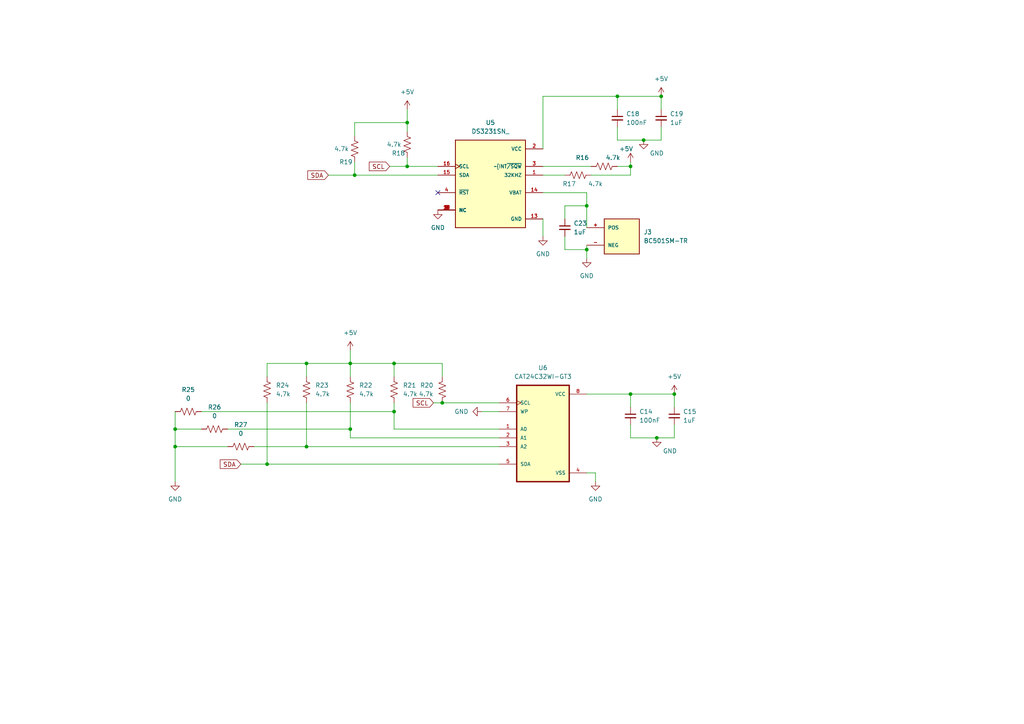
<source format=kicad_sch>
(kicad_sch (version 20230121) (generator eeschema)
  (paper "A4")
  (lib_symbols
    (symbol "BC501SM-TR:BC501SM-TR" (pin_names (offset 1.016))
      (property "Reference" "J" (at -5.08 5.08 0))
      (property "Value" "BC501SM-TR" (at -5.08 -7.62 0))
      (symbol "BC501SM-TR_0_0"
        (rectangle (start -5.08 -5.08) (end 5.08 5.08) (stroke (width 0.254)) (fill (type background)))
        (pin passive line (at -10.16 2.54 0) (length 5.08) (name "POS") (number "+"))
        (pin passive line (at -10.16 -2.54 0) (length 5.08) (name "NEG") (number "-"))
      )
    )
    (symbol "CAT24C32WI-GT3:CAT24C32WI-GT3" (pin_names (offset 1.016))
      (property "Reference" "U" (at -7.6205 12.7008 0))
      (property "Value" "CAT24C32WI-GT3" (at -7.5948 -17.755 0))
      (symbol "CAT24C32WI-GT3_0_0"
        (rectangle (start -7.62 -15.24) (end 7.62 12.7) (stroke (width 0.4064)) (fill (type background)))
        (pin input line (at -12.7 0 0) (length 5.08) (name "A0") (number "1"))
        (pin input line (at -12.7 -2.54 0) (length 5.08) (name "A1") (number "2"))
        (pin input line (at -12.7 -5.08 0) (length 5.08) (name "A2") (number "3"))
        (pin passive line (at 12.7 -12.7 180) (length 5.08) (name "VSS") (number "4"))
        (pin bidirectional line (at -12.7 -10.16 0) (length 5.08) (name "SDA") (number "5"))
        (pin input clock (at -12.7 7.62 0) (length 5.08) (name "SCL") (number "6"))
        (pin input line (at -12.7 5.08 0) (length 5.08) (name "WP") (number "7"))
        (pin power_in line (at 12.7 10.16 180) (length 5.08) (name "VCC") (number "8"))
      )
    )
    (symbol "DS3231SN_:DS3231SN_" (pin_names (offset 1.016))
      (property "Reference" "U" (at -9.9423 13.7569 0))
      (property "Value" "DS3231SN_" (at -10.1746 -15.2582 0))
      (symbol "DS3231SN__0_0"
        (rectangle (start -10.16 -12.7) (end 10.16 12.7) (stroke (width 0.254)) (fill (type background)))
        (pin output line (at 15.24 2.54 180) (length 5.08) (name "32KHZ") (number "1"))
        (pin passive line (at -15.24 -7.62 0) (length 5.08) (name "NC") (number "10"))
        (pin passive line (at -15.24 -7.62 0) (length 5.08) (name "NC") (number "11"))
        (pin passive line (at -15.24 -7.62 0) (length 5.08) (name "NC") (number "12"))
        (pin power_in line (at 15.24 -10.16 180) (length 5.08) (name "GND") (number "13"))
        (pin input line (at 15.24 -2.54 180) (length 5.08) (name "VBAT") (number "14"))
        (pin bidirectional line (at -15.24 2.54 0) (length 5.08) (name "SDA") (number "15"))
        (pin input clock (at -15.24 5.08 0) (length 5.08) (name "SCL") (number "16"))
        (pin power_in line (at 15.24 10.16 180) (length 5.08) (name "VCC") (number "2"))
        (pin output line (at 15.24 5.08 180) (length 5.08) (name "~{INT~{/SQW}") (number "3"))
        (pin bidirectional line (at -15.24 -2.54 0) (length 5.08) (name "~{RST}") (number "4"))
        (pin passive line (at -15.24 -7.62 0) (length 5.08) (name "NC") (number "5"))
        (pin passive line (at -15.24 -7.62 0) (length 5.08) (name "NC") (number "6"))
        (pin passive line (at -15.24 -7.62 0) (length 5.08) (name "NC") (number "7"))
        (pin passive line (at -15.24 -7.62 0) (length 5.08) (name "NC") (number "8"))
        (pin passive line (at -15.24 -7.62 0) (length 5.08) (name "NC") (number "9"))
      )
    )
    (symbol "Device:C_Small" (pin_numbers hide) (pin_names (offset 0.254) hide)
      (property "Reference" "C" (at 0.254 1.778 0))
      (property "Value" "C_Small" (at 0.254 -2.032 0))
      (symbol "C_Small_0_1"
        (polyline (pts (xy -1.524 -0.508) (xy 1.524 -0.508)) (stroke (width 0.3302)))
        (polyline (pts (xy -1.524 0.508) (xy 1.524 0.508)) (stroke (width 0.3048)))
      )
      (symbol "C_Small_1_1"
        (pin passive line (at 0 2.54 270) (length 2.032) (name "~") (number "1"))
        (pin passive line (at 0 -2.54 90) (length 2.032) (name "~") (number "2"))
      )
    )
    (symbol "Device:R_US" (pin_numbers hide) (pin_names (offset 0))
      (property "Reference" "R" (at 2.54 0 90))
      (property "Value" "R_US" (at -2.54 0 90))
      (symbol "R_US_0_1"
        (polyline (pts (xy 0 -2.286) (xy 0 -2.54)))
        (polyline (pts (xy 0 2.286) (xy 0 2.54)))
        (polyline (pts (xy 0 -0.762) (xy 1.016 -1.143) (xy 0 -1.524) (xy -1.016 -1.905) (xy 0 -2.286)))
        (polyline (pts (xy 0 0.762) (xy 1.016 0.381) (xy 0 0) (xy -1.016 -0.381) (xy 0 -0.762)))
        (polyline (pts (xy 0 2.286) (xy 1.016 1.905) (xy 0 1.524) (xy -1.016 1.143) (xy 0 0.762)))
      )
      (symbol "R_US_1_1"
        (pin passive line (at 0 3.81 270) (length 1.27) (name "~") (number "1"))
        (pin passive line (at 0 -3.81 90) (length 1.27) (name "~") (number "2"))
      )
    )
    (symbol "power:+5V" (power) (pin_names (offset 0))
      (property "Value" "+5V" (at 0 3.556 0))
      (symbol "+5V_0_1"
        (polyline (pts (xy -0.762 1.27) (xy 0 2.54)))
        (polyline (pts (xy 0 0) (xy 0 2.54)))
        (polyline (pts (xy 0 2.54) (xy 0.762 1.27)))
      )
      (symbol "+5V_1_1"
        (pin power_in line (at 0 0 90) (length 0) hide (name "+5V") (number "1"))
      )
    )
    (symbol "power:GND" (power) (pin_names (offset 0))
      (property "Value" "GND" (at 0 -3.81 0))
      (symbol "GND_0_1"
        (polyline (pts (xy 0 0) (xy 0 -1.27) (xy 1.27 -1.27) (xy 0 -2.54) (xy -1.27 -1.27) (xy 0 -1.27)))
      )
      (symbol "GND_1_1"
        (pin power_in line (at 0 0 270) (length 0) hide (name "GND") (number "1"))
      )
    )
  )
  (junction (at 118.11 48.26))
  (junction (at 101.6 124.46))
  (junction (at 191.77 27.94))
  (junction (at 128.27 116.84))
  (junction (at 118.11 35.56))
  (junction (at 50.8 129.54))
  (junction (at 88.9 129.54))
  (junction (at 170.18 72.39))
  (junction (at 186.69 40.64))
  (junction (at 179.07 27.94))
  (junction (at 170.18 59.69))
  (junction (at 102.87 50.8))
  (junction (at 77.47 134.62))
  (junction (at 182.88 48.26))
  (junction (at 114.3 105.41))
  (junction (at 50.8 124.46))
  (junction (at 101.6 105.41))
  (junction (at 114.3 119.38))
  (junction (at 88.9 105.41))
  (junction (at 190.5 127))
  (junction (at 195.58 114.3))
  (junction (at 182.88 114.3))
  (no_connect (at 127 55.88))
  (wire (pts (xy 172.72 137.16) (xy 172.72 139.7)))
  (wire (pts (xy 101.6 116.84) (xy 101.6 124.46)))
  (wire (pts (xy 182.88 114.3) (xy 195.58 114.3)))
  (wire (pts (xy 128.27 109.22) (xy 128.27 105.41)))
  (wire (pts (xy 118.11 45.72) (xy 118.11 48.26)))
  (wire (pts (xy 73.66 129.54) (xy 88.9 129.54)))
  (wire (pts (xy 191.77 27.94) (xy 191.77 31.75)))
  (wire (pts (xy 58.42 119.38) (xy 114.3 119.38)))
  (wire (pts (xy 170.18 55.88) (xy 157.48 55.88)))
  (wire (pts (xy 182.88 118.11) (xy 182.88 114.3)))
  (wire (pts (xy 95.25 50.8) (xy 102.87 50.8)))
  (wire (pts (xy 118.11 35.56) (xy 118.11 38.1)))
  (wire (pts (xy 179.07 36.83) (xy 179.07 40.64)))
  (wire (pts (xy 101.6 101.6) (xy 101.6 105.41)))
  (wire (pts (xy 77.47 109.22) (xy 77.47 105.41)))
  (wire (pts (xy 163.83 59.69) (xy 170.18 59.69)))
  (wire (pts (xy 101.6 127) (xy 144.78 127)))
  (wire (pts (xy 127 48.26) (xy 118.11 48.26)))
  (wire (pts (xy 163.83 72.39) (xy 170.18 72.39)))
  (wire (pts (xy 88.9 129.54) (xy 144.78 129.54)))
  (wire (pts (xy 163.83 68.58) (xy 163.83 72.39)))
  (wire (pts (xy 179.07 27.94) (xy 191.77 27.94)))
  (wire (pts (xy 88.9 105.41) (xy 101.6 105.41)))
  (wire (pts (xy 128.27 116.84) (xy 144.78 116.84)))
  (wire (pts (xy 157.48 50.8) (xy 163.83 50.8)))
  (wire (pts (xy 101.6 105.41) (xy 114.3 105.41)))
  (wire (pts (xy 50.8 129.54) (xy 66.04 129.54)))
  (wire (pts (xy 77.47 116.84) (xy 77.47 134.62)))
  (wire (pts (xy 88.9 105.41) (xy 88.9 109.22)))
  (wire (pts (xy 88.9 116.84) (xy 88.9 129.54)))
  (wire (pts (xy 50.8 124.46) (xy 50.8 129.54)))
  (wire (pts (xy 102.87 50.8) (xy 127 50.8)))
  (wire (pts (xy 170.18 59.69) (xy 170.18 55.88)))
  (wire (pts (xy 114.3 109.22) (xy 114.3 105.41)))
  (wire (pts (xy 191.77 36.83) (xy 191.77 40.64)))
  (wire (pts (xy 139.7 119.38) (xy 144.78 119.38)))
  (wire (pts (xy 114.3 116.84) (xy 114.3 119.38)))
  (wire (pts (xy 125.73 116.84) (xy 128.27 116.84)))
  (wire (pts (xy 69.85 134.62) (xy 77.47 134.62)))
  (wire (pts (xy 157.48 63.5) (xy 157.48 68.58)))
  (wire (pts (xy 182.88 50.8) (xy 182.88 48.26)))
  (wire (pts (xy 170.18 66.04) (xy 170.18 59.69)))
  (wire (pts (xy 182.88 123.19) (xy 182.88 127)))
  (wire (pts (xy 170.18 71.12) (xy 170.18 72.39)))
  (wire (pts (xy 186.69 40.64) (xy 191.77 40.64)))
  (wire (pts (xy 170.18 114.3) (xy 182.88 114.3)))
  (wire (pts (xy 101.6 124.46) (xy 101.6 127)))
  (wire (pts (xy 157.48 27.94) (xy 179.07 27.94)))
  (wire (pts (xy 102.87 39.37) (xy 102.87 35.56)))
  (wire (pts (xy 182.88 127) (xy 190.5 127)))
  (wire (pts (xy 50.8 129.54) (xy 50.8 139.7)))
  (wire (pts (xy 195.58 114.3) (xy 195.58 118.11)))
  (wire (pts (xy 163.83 63.5) (xy 163.83 59.69)))
  (wire (pts (xy 171.45 50.8) (xy 182.88 50.8)))
  (wire (pts (xy 50.8 119.38) (xy 50.8 124.46)))
  (wire (pts (xy 157.48 48.26) (xy 171.45 48.26)))
  (wire (pts (xy 114.3 124.46) (xy 144.78 124.46)))
  (wire (pts (xy 77.47 134.62) (xy 144.78 134.62)))
  (wire (pts (xy 128.27 105.41) (xy 114.3 105.41)))
  (wire (pts (xy 190.5 127) (xy 195.58 127)))
  (wire (pts (xy 179.07 31.75) (xy 179.07 27.94)))
  (wire (pts (xy 118.11 31.75) (xy 118.11 35.56)))
  (wire (pts (xy 50.8 124.46) (xy 58.42 124.46)))
  (wire (pts (xy 113.03 48.26) (xy 118.11 48.26)))
  (wire (pts (xy 66.04 124.46) (xy 101.6 124.46)))
  (wire (pts (xy 102.87 35.56) (xy 118.11 35.56)))
  (wire (pts (xy 179.07 48.26) (xy 182.88 48.26)))
  (wire (pts (xy 170.18 137.16) (xy 172.72 137.16)))
  (wire (pts (xy 114.3 119.38) (xy 114.3 124.46)))
  (wire (pts (xy 102.87 46.99) (xy 102.87 50.8)))
  (wire (pts (xy 101.6 105.41) (xy 101.6 109.22)))
  (wire (pts (xy 179.07 40.64) (xy 186.69 40.64)))
  (wire (pts (xy 195.58 123.19) (xy 195.58 127)))
  (wire (pts (xy 77.47 105.41) (xy 88.9 105.41)))
  (wire (pts (xy 170.18 72.39) (xy 170.18 74.93)))
  (wire (pts (xy 157.48 43.18) (xy 157.48 27.94)))
  (wire (pts (xy 182.88 46.99) (xy 182.88 48.26)))
  (global_label "SDA" (shape input) (at 95.25 50.8 180) (property "Intersheetrefs" "${INTERSHEET_REFS}" (effects hide)))
  (global_label "SCL" (shape input) (at 113.03 48.26 180) (property "Intersheetrefs" "${INTERSHEET_REFS}" (effects hide)))
  (global_label "SCL" (shape input) (at 125.73 116.84 180) (property "Intersheetrefs" "${INTERSHEET_REFS}" (effects hide)))
  (global_label "SDA" (shape input) (at 69.85 134.62 180) (property "Intersheetrefs" "${INTERSHEET_REFS}" (effects hide)))
  (symbol (lib_id "power:GND") (at 127 60.96 0) (unit 1)
    (property "Reference" "#PWR058" (effects hide))
    (property "Value" "GND" (at 127 66.04 0))
  )
  (symbol (lib_id "power:GND") (at 157.48 68.58 0) (unit 1)
    (property "Reference" "#PWR031" (effects hide))
    (property "Value" "GND" (at 157.48 73.66 0))
  )
  (symbol (lib_id "Device:C_Small") (at 179.07 34.29 0) (unit 1)
    (property "Reference" "C18" (at 181.61 33.0263 0) (effects (justify left)))
    (property "Value" "100nF" (at 181.61 35.5663 0) (effects (justify left)))
    (property "Footprint" "Capacitor_SMD:C_0805_2012Metric_Pad1.18x1.45mm_HandSolder" (effects hide))
  )
  (symbol (lib_id "power:GND") (at 50.8 139.7 0) (unit 1)
    (property "Reference" "#PWR038" (effects hide))
    (property "Value" "GND" (at 50.8 144.78 0))
  )
  (symbol (lib_id "Device:R_US") (at 54.61 119.38 90) (unit 1)
    (property "Reference" "R25" (at 54.61 113.03 90))
    (property "Value" "0" (at 54.61 115.57 90))
    (property "Footprint" "Resistor_SMD:R_0805_2012Metric_Pad1.20x1.40mm_HandSolder" (effects hide))
  )
  (symbol (lib_id "power:+5V") (at 182.88 46.99 0) (unit 1)
    (property "Reference" "#PWR032" (effects hide))
    (property "Value" "+5V" (at 181.61 43.18 0))
  )
  (symbol (lib_id "power:GND") (at 139.7 119.38 270) (unit 1)
    (property "Reference" "#PWR036" (effects hide))
    (property "Value" "GND" (at 135.89 119.38 90) (effects (justify right)))
  )
  (symbol (lib_id "Device:C_Small") (at 195.58 120.65 0) (unit 1)
    (property "Reference" "C15" (at 198.12 119.3863 0) (effects (justify left)))
    (property "Value" "1uF" (at 198.12 121.9263 0) (effects (justify left)))
    (property "Footprint" "Capacitor_SMD:C_0805_2012Metric_Pad1.18x1.45mm_HandSolder" (effects hide))
  )
  (symbol (lib_id "Device:R_US") (at 69.85 129.54 90) (unit 1)
    (property "Reference" "R27" (at 69.85 123.19 90))
    (property "Value" "0" (at 69.85 125.73 90))
    (property "Footprint" "Resistor_SMD:R_0805_2012Metric_Pad1.20x1.40mm_HandSolder" (effects hide))
  )
  (symbol (lib_id "power:+5V") (at 191.77 27.94 0) (unit 1)
    (property "Reference" "#PWR028" (effects hide))
    (property "Value" "+5V" (at 191.77 22.86 0))
  )
  (symbol (lib_id "power:GND") (at 172.72 139.7 0) (unit 1)
    (property "Reference" "#PWR035" (effects hide))
    (property "Value" "GND" (at 172.72 144.78 0))
  )
  (symbol (lib_id "Device:R_US") (at 114.3 113.03 0) (unit 1)
    (property "Reference" "R21" (at 116.84 111.76 0) (effects (justify left)))
    (property "Value" "4.7k" (at 116.84 114.3 0) (effects (justify left)))
    (property "Footprint" "Resistor_SMD:R_0805_2012Metric_Pad1.20x1.40mm_HandSolder" (effects hide))
  )
  (symbol (lib_id "DS3231SN_:DS3231SN_") (at 142.24 53.34 0) (unit 1)
    (property "Reference" "U5" (at 142.24 35.56 0))
    (property "Value" "DS3231SN_" (at 142.24 38.1 0))
    (property "Footprint" "DS3231SN:SOIC127P1032X265-16N" (effects hide))
    (property "PARTREV" "10" (effects hide))
    (property "SNAPEDA_PN" "DS3231SN#" (effects hide))
    (property "MANUFACTURER" "Maxim Integrated" (effects hide))
    (property "MAXIMUM_PACKAGE_HEIGHT" "2.65 mm" (effects hide))
    (property "STANDARD" "IPC 7351B" (effects hide))
  )
  (symbol (lib_id "Device:R_US") (at 128.27 113.03 0) (mirror y) (unit 1)
    (property "Reference" "R20" (at 125.73 111.76 0) (effects (justify left)))
    (property "Value" "4.7k" (at 125.73 114.3 0) (effects (justify left)))
    (property "Footprint" "Resistor_SMD:R_0805_2012Metric_Pad1.20x1.40mm_HandSolder" (effects hide))
  )
  (symbol (lib_id "power:GND") (at 186.69 40.64 0) (unit 1)
    (property "Reference" "#PWR029" (effects hide))
    (property "Value" "GND" (at 190.5 44.45 0))
  )
  (symbol (lib_id "power:+5V") (at 195.58 114.3 0) (unit 1)
    (property "Reference" "#PWR059" (effects hide))
    (property "Value" "+5V" (at 195.58 109.22 0))
  )
  (symbol (lib_id "Device:C_Small") (at 163.83 66.04 0) (unit 1)
    (property "Reference" "C23" (at 166.37 64.7763 0) (effects (justify left)))
    (property "Value" "1uF" (at 166.37 67.3163 0) (effects (justify left)))
    (property "Footprint" "Capacitor_SMD:C_0805_2012Metric_Pad1.18x1.45mm_HandSolder" (effects hide))
  )
  (symbol (lib_id "Device:R_US") (at 101.6 113.03 0) (unit 1)
    (property "Reference" "R22" (at 104.14 111.76 0) (effects (justify left)))
    (property "Value" "4.7k" (at 104.14 114.3 0) (effects (justify left)))
    (property "Footprint" "Resistor_SMD:R_0805_2012Metric_Pad1.20x1.40mm_HandSolder" (effects hide))
  )
  (symbol (lib_id "power:+5V") (at 101.6 101.6 0) (unit 1)
    (property "Reference" "#PWR037" (effects hide))
    (property "Value" "+5V" (at 101.6 96.52 0))
  )
  (symbol (lib_id "CAT24C32WI-GT3:CAT24C32WI-GT3") (at 157.48 124.46 0) (unit 1)
    (property "Reference" "U6" (at 157.48 106.68 0))
    (property "Value" "CAT24C32WI-GT3" (at 157.48 109.22 0))
    (property "Footprint" "CAT24C32WI-GT3:SOIC127P600X175-8N" (effects hide))
    (property "MANUFACTURER" "ON Semiconductor" (effects hide))
  )
  (symbol (lib_id "Device:R_US") (at 175.26 48.26 90) (unit 1)
    (property "Reference" "R16" (at 168.91 45.72 90))
    (property "Value" "4.7k" (at 177.8 45.72 90))
    (property "Footprint" "Resistor_SMD:R_0805_2012Metric_Pad1.20x1.40mm_HandSolder" (effects hide))
  )
  (symbol (lib_id "Device:C_Small") (at 182.88 120.65 0) (unit 1)
    (property "Reference" "C14" (at 185.42 119.3863 0) (effects (justify left)))
    (property "Value" "100nF" (at 185.42 121.9263 0) (effects (justify left)))
    (property "Footprint" "Capacitor_SMD:C_0805_2012Metric_Pad1.18x1.45mm_HandSolder" (effects hide))
  )
  (symbol (lib_id "power:GND") (at 190.5 127 0) (unit 1)
    (property "Reference" "#PWR023" (effects hide))
    (property "Value" "GND" (at 194.31 130.81 0))
  )
  (symbol (lib_id "Device:R_US") (at 77.47 113.03 0) (unit 1)
    (property "Reference" "R24" (at 80.01 111.76 0) (effects (justify left)))
    (property "Value" "4.7k" (at 80.01 114.3 0) (effects (justify left)))
    (property "Footprint" "Resistor_SMD:R_0805_2012Metric_Pad1.20x1.40mm_HandSolder" (effects hide))
  )
  (symbol (lib_id "Device:R_US") (at 62.23 124.46 90) (unit 1)
    (property "Reference" "R26" (at 62.23 118.11 90))
    (property "Value" "0" (at 62.23 120.65 90))
    (property "Footprint" "Resistor_SMD:R_0805_2012Metric_Pad1.20x1.40mm_HandSolder" (effects hide))
  )
  (symbol (lib_id "Device:C_Small") (at 191.77 34.29 0) (unit 1)
    (property "Reference" "C19" (at 194.31 33.0263 0) (effects (justify left)))
    (property "Value" "1uF" (at 194.31 35.5663 0) (effects (justify left)))
    (property "Footprint" "Capacitor_SMD:C_0805_2012Metric_Pad1.18x1.45mm_HandSolder" (effects hide))
  )
  (symbol (lib_id "BC501SM-TR:BC501SM-TR") (at 180.34 68.58 0) (unit 1)
    (property "Reference" "J3" (at 186.69 67.31 0) (effects (justify left)))
    (property "Value" "BC501SM-TR" (at 186.69 69.85 0) (effects (justify left)))
    (property "Footprint" "BC501SM-TR:MPD_BC501SM-TR" (effects hide))
    (property "PARTREV" "H" (effects hide))
    (property "MANUFACTURER" "MEMORI PROTECTION DEVICES" (effects hide))
    (property "STANDARD" "Manufacturer Recommendations" (effects hide))
  )
  (symbol (lib_id "Device:R_US") (at 118.11 41.91 180) (unit 1)
    (property "Reference" "R18" (at 115.57 44.45 0))
    (property "Value" "4.7k" (at 114.3 41.91 0))
    (property "Footprint" "Resistor_SMD:R_0805_2012Metric_Pad1.20x1.40mm_HandSolder" (effects hide))
  )
  (symbol (lib_id "Device:R_US") (at 167.64 50.8 90) (unit 1)
    (property "Reference" "R17" (at 165.1 53.34 90))
    (property "Value" "4.7k" (at 172.72 53.34 90))
    (property "Footprint" "Resistor_SMD:R_0805_2012Metric_Pad1.20x1.40mm_HandSolder" (effects hide))
  )
  (symbol (lib_id "Device:R_US") (at 102.87 43.18 180) (unit 1)
    (property "Reference" "R19" (at 100.33 46.99 0))
    (property "Value" "4.7k" (at 99.06 43.18 0))
    (property "Footprint" "Resistor_SMD:R_0805_2012Metric_Pad1.20x1.40mm_HandSolder" (effects hide))
  )
  (symbol (lib_id "power:+5V") (at 118.11 31.75 0) (unit 1)
    (property "Reference" "#PWR033" (effects hide))
    (property "Value" "+5V" (at 118.11 26.67 0))
  )
  (symbol (lib_id "Device:R_US") (at 88.9 113.03 0) (unit 1)
    (property "Reference" "R23" (at 91.44 111.76 0) (effects (justify left)))
    (property "Value" "4.7k" (at 91.44 114.3 0) (effects (justify left)))
    (property "Footprint" "Resistor_SMD:R_0805_2012Metric_Pad1.20x1.40mm_HandSolder" (effects hide))
  )
  (symbol (lib_id "power:GND") (at 170.18 74.93 0) (unit 1)
    (property "Reference" "#PWR030" (effects hide))
    (property "Value" "GND" (at 170.18 80.01 0))
  )
)
</source>
